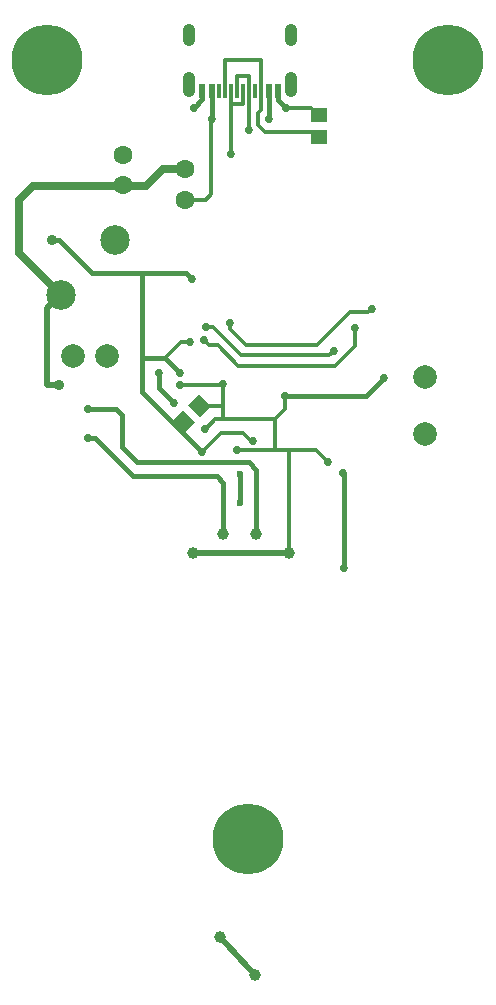
<source format=gbl>
G04 Created by GerbView*
%FSLAX26Y26*%
%MOIN*%
G75*
%ADD10C,0.0010*%
%ADD11C,0.0393*%
%ADD12C,0.0196*%
%ADD13C,0.0275*%
%ADD14C,0.0157*%
%ADD15C,0.0118*%
%ADD16C,0.0787*%
%ADD17C,0.0984*%
%ADD18C,0.0629*%
%ADD19C,0.0354*%
%ADD20R,0.0118X0.0452*%
%ADD21R,0.0236X0.0452*%
%ADD22C,0.0393*%
%ADD23R,0.0551X0.0511*%
%ADD24C,0.2362*%
%ADD25C,0.0236*%
%LNEXPORT*%
D02*
D10*
D11*
X693759Y-03081251D03*
D10*
D11*
X812500Y-03209362D03*
D10*
D12*
X693748Y-03081251D02*
X812500Y-03209377D01*
D11*
X706251Y-01737503D03*
D12*
D11*
X815625Y-01737503D03*
D12*
D11*
X603125Y-01803129D03*
D12*
D11*
X925000Y-01803129D03*
D12*
X603125Y-01803129D02*
X925000D01*
D13*
X643748Y-01387503D03*
D12*
D13*
X253125Y-01321877D03*
D12*
D13*
X253125Y-01418755D03*
D12*
D13*
X634374Y-01465629D03*
D12*
D13*
X703125Y-01237503D03*
D12*
D14*
X253125Y-01321877D02*
X346874D01*
X368748Y-01343755D01*
Y-01450003D01*
X418748Y-01500003D01*
X790625D01*
X815625Y-01525003D01*
Y-01737503D01*
X253125Y-01418755D02*
X278125D01*
X406251Y-01546877D01*
X684374D01*
X706251Y-01568755D01*
Y-01737503D01*
D13*
X1106251Y-01534377D03*
D14*
D13*
X1056251Y-01500003D03*
D14*
D13*
X1109374Y-01853129D03*
D14*
X1109374Y-01853129D02*
Y-01537503D01*
X1106251Y-01534377D01*
D13*
X750000Y-01459377D03*
D14*
D13*
X803125Y-01428129D03*
D14*
D15*
X803125Y-01434377D02*
X771874Y-01403129D01*
X696874D01*
X634374Y-01465629D01*
X643748Y-01387503D02*
X646874D01*
X678125Y-01356251D01*
X878125D01*
Y-01459377D01*
X1015625D01*
X1056251Y-01500003D01*
X750000Y-01459377D02*
X878125D01*
X703125Y-01237503D02*
Y-01356251D01*
D13*
X912500Y-01278129D03*
D15*
X912500Y-01278129D02*
Y-01321877D01*
X878125Y-01356251D01*
D13*
X562500Y-01243755D03*
D15*
X562500Y-01243755D02*
X696874D01*
X703125Y-01237503D01*
D13*
X562500Y-01203129D03*
D15*
D13*
X540625Y-01303129D03*
D15*
D13*
X490625Y-01203129D03*
D15*
D14*
X490625Y-01203129D02*
Y-01253129D01*
X540625Y-01303129D01*
X562500Y-01203129D02*
X512500Y-01153129D01*
X440625D01*
X434374Y-01159377D01*
Y-01265629D01*
X634374Y-01465629D01*
D10*
G36*
X535870Y-01362559D02*
X572062Y-01326366D01*
X611035Y-01365338D01*
X574846Y-01401531D01*
X535870Y-01362559D01*
G37*
G36*
X588763Y-01309661D02*
X624956Y-01273472D01*
X663929Y-01312448D01*
X627740Y-01348637D01*
X588763Y-01309661D01*
G37*
D15*
X626346Y-01311055D02*
X701677D01*
X703125Y-01312503D01*
D16*
X1378271Y-01406031D03*
D15*
D16*
X1378271Y-01215480D03*
D15*
D13*
X1240625Y-01218755D03*
D15*
D14*
X912500Y-01278129D02*
X1181251D01*
X1240625Y-01218755D01*
D15*
X925000Y-01803129D02*
Y-01459377D01*
D17*
X344822Y-00759291D03*
D15*
D17*
X163625Y-00940484D03*
D15*
D13*
X640625Y-01093755D03*
D15*
D16*
X206251Y-01146877D03*
D15*
D16*
X316488Y-01146877D03*
D15*
D18*
X370681Y-00577019D03*
D15*
D18*
X370681Y-00476405D03*
D15*
D18*
X576728Y-00523196D03*
D15*
D18*
X576728Y-00623811D03*
D15*
D13*
X1143748Y-01053129D03*
D15*
X640625Y-01093755D02*
X657047Y-01110177D01*
X688299D01*
X756251Y-01178129D01*
X1078125D01*
X1143748Y-01112503D01*
Y-01053129D01*
D13*
X1075000Y-01128129D03*
D15*
D13*
X646874Y-01050003D03*
D15*
X646874Y-01050003D02*
X671874D01*
X765625Y-01143755D01*
X1059374D01*
X1075000Y-01128129D01*
D13*
X1200000Y-00987503D03*
D15*
D13*
X728125Y-01034377D03*
D15*
X728125Y-01034377D02*
Y-01056251D01*
X781251Y-01109377D01*
X1018748D01*
X1128125Y-01000003D01*
X1187500D01*
X1200000Y-00987503D01*
D13*
X25000Y-00750003D03*
D15*
D13*
X25000Y-00771877D03*
D15*
D13*
X25000Y-00793755D03*
D15*
D13*
X25000Y-00750003D02*
Y-00801858D01*
X163625Y-00940484D01*
X25000Y-00750003D02*
Y-00625003D01*
X71874Y-00578129D01*
X446874D01*
X503125Y-00521877D01*
X575409D01*
X576728Y-00523196D01*
D19*
X134374Y-00759377D03*
D13*
X600000Y-00887503D03*
D13*
D14*
X134374Y-00759377D02*
X159374D01*
X268748Y-00868755D01*
X581251D01*
X600000Y-00887503D01*
D19*
X159374Y-01243755D03*
D14*
D12*
X159374Y-01243755D02*
X118748D01*
Y-00985362D01*
X163625Y-00940484D01*
D14*
X434374Y-01159377D02*
Y-00868755D01*
D20*
X830350Y-00262503D03*
D14*
D20*
X810665Y-00262503D03*
D14*
D20*
X790980Y-00262503D03*
D14*
D20*
X771295Y-00262503D03*
D14*
D20*
X751610Y-00262503D03*
D14*
D20*
X731925Y-00262503D03*
D14*
D20*
X712240Y-00262503D03*
D14*
D20*
X692555Y-00262503D03*
D14*
D21*
X888161Y-00262503D03*
D14*
D21*
X856665Y-00262503D03*
D14*
D21*
X666287Y-00262503D03*
D14*
D21*
X634791Y-00262503D03*
D14*
D11*
X931913Y-00057814D03*
D14*
D11*
X931913Y-00090629D03*
D14*
D11*
X931913Y-00217192D03*
D14*
D11*
X931913Y-00260940D03*
D14*
D22*
X931913Y-00057814D02*
Y-00090629D01*
Y-00217192D02*
Y-00260940D01*
D11*
X591287Y-00217192D03*
D22*
D11*
X591287Y-00260940D03*
D22*
X591287Y-00217192D02*
Y-00260940D01*
D11*
X591287Y-00057814D03*
D22*
D11*
X591287Y-00090629D03*
D22*
X591287Y-00057814D02*
Y-00090629D01*
D13*
X913161Y-00317188D03*
D22*
D13*
X606913Y-00317188D03*
D22*
D13*
X856913Y-00354688D03*
D22*
D13*
X666287Y-00356251D03*
D22*
D14*
X888161Y-00262503D02*
Y-00292188D01*
X913161Y-00317188D01*
X634791Y-00262503D02*
Y-00289307D01*
X606913Y-00317188D01*
X666287Y-00262503D02*
Y-00356251D01*
X856665Y-00262503D02*
Y-00354440D01*
X856913Y-00354688D01*
D15*
X830350Y-00262503D02*
Y-00159374D01*
D23*
X1024196Y-00417090D03*
D15*
D23*
X1024196Y-00342287D03*
D15*
D24*
X118748Y-00159374D03*
D15*
D24*
X1456251Y-00159374D03*
D15*
D24*
X787500Y-02756251D03*
D15*
X576728Y-00623811D02*
X647866D01*
X665523Y-00606153D01*
Y-00357011D01*
X666287Y-00356251D01*
D13*
X729688Y-00473437D03*
D15*
D13*
X790625Y-00392188D03*
D15*
X913161Y-00317188D02*
X999094D01*
X1024196Y-00342287D01*
X830350Y-00262503D02*
Y-00325901D01*
X820311Y-00335937D01*
Y-00376562D01*
X843748Y-00400000D01*
X1007106D01*
X1024196Y-00417090D01*
D13*
X593748Y-01100000D03*
D15*
X593748Y-01100000D02*
X565629D01*
X512500Y-01153129D01*
X712240Y-00262503D02*
Y-00159637D01*
X712500Y-00159374D01*
X830350D01*
X771295Y-00262503D02*
Y-00305267D01*
X770311Y-00306251D01*
X731925Y-00262503D02*
Y-00305362D01*
X732811Y-00306251D01*
X770311D01*
X731925Y-00305362D02*
Y-00471200D01*
X729688Y-00473437D01*
X751610Y-00262503D02*
Y-00210984D01*
X751562Y-00210937D01*
X790980Y-00262503D02*
Y-00211291D01*
X790625Y-00210937D01*
X751562D01*
X790980Y-00262503D02*
Y-00391834D01*
X790625Y-00392188D01*
D25*
X760937Y-01634374D03*
D15*
D25*
X760937Y-01539062D03*
D15*
D14*
X760937Y-01634374D02*
Y-01539062D01*
D02*
M02*

</source>
